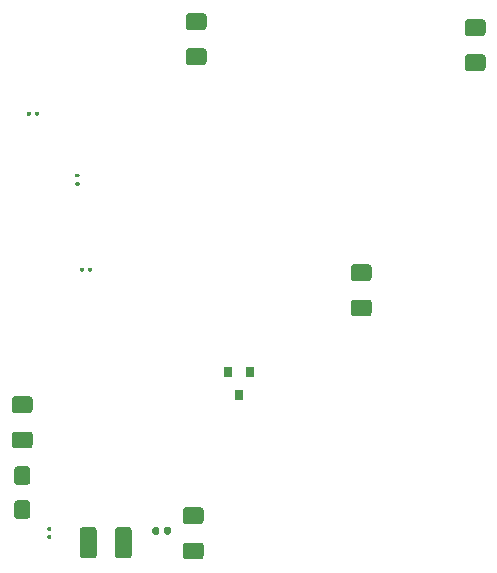
<source format=gbr>
%TF.GenerationSoftware,KiCad,Pcbnew,(5.1.6)-1*%
%TF.CreationDate,2021-04-06T11:23:56-04:00*%
%TF.ProjectId,Lithgow_DetailDesign,4c697468-676f-4775-9f44-657461696c44,2.1*%
%TF.SameCoordinates,Original*%
%TF.FileFunction,Paste,Top*%
%TF.FilePolarity,Positive*%
%FSLAX46Y46*%
G04 Gerber Fmt 4.6, Leading zero omitted, Abs format (unit mm)*
G04 Created by KiCad (PCBNEW (5.1.6)-1) date 2021-04-06 11:23:56*
%MOMM*%
%LPD*%
G01*
G04 APERTURE LIST*
%ADD10R,0.800000X0.900000*%
G04 APERTURE END LIST*
%TO.C,R5*%
G36*
G01*
X143390000Y-101753500D02*
X143390000Y-101954500D01*
G75*
G02*
X143310500Y-102034000I-79500J0D01*
G01*
X143151500Y-102034000D01*
G75*
G02*
X143072000Y-101954500I0J79500D01*
G01*
X143072000Y-101753500D01*
G75*
G02*
X143151500Y-101674000I79500J0D01*
G01*
X143310500Y-101674000D01*
G75*
G02*
X143390000Y-101753500I0J-79500D01*
G01*
G37*
G36*
G01*
X144080000Y-101753500D02*
X144080000Y-101954500D01*
G75*
G02*
X144000500Y-102034000I-79500J0D01*
G01*
X143841500Y-102034000D01*
G75*
G02*
X143762000Y-101954500I0J79500D01*
G01*
X143762000Y-101753500D01*
G75*
G02*
X143841500Y-101674000I79500J0D01*
G01*
X144000500Y-101674000D01*
G75*
G02*
X144080000Y-101753500I0J-79500D01*
G01*
G37*
%TD*%
%TO.C,R4*%
G36*
G01*
X142749100Y-94404800D02*
X142950100Y-94404800D01*
G75*
G02*
X143029600Y-94484300I0J-79500D01*
G01*
X143029600Y-94643300D01*
G75*
G02*
X142950100Y-94722800I-79500J0D01*
G01*
X142749100Y-94722800D01*
G75*
G02*
X142669600Y-94643300I0J79500D01*
G01*
X142669600Y-94484300D01*
G75*
G02*
X142749100Y-94404800I79500J0D01*
G01*
G37*
G36*
G01*
X142749100Y-93714800D02*
X142950100Y-93714800D01*
G75*
G02*
X143029600Y-93794300I0J-79500D01*
G01*
X143029600Y-93953300D01*
G75*
G02*
X142950100Y-94032800I-79500J0D01*
G01*
X142749100Y-94032800D01*
G75*
G02*
X142669600Y-93953300I0J79500D01*
G01*
X142669600Y-93794300D01*
G75*
G02*
X142749100Y-93714800I79500J0D01*
G01*
G37*
%TD*%
%TO.C,R3*%
G36*
G01*
X139261200Y-88746500D02*
X139261200Y-88545500D01*
G75*
G02*
X139340700Y-88466000I79500J0D01*
G01*
X139499700Y-88466000D01*
G75*
G02*
X139579200Y-88545500I0J-79500D01*
G01*
X139579200Y-88746500D01*
G75*
G02*
X139499700Y-88826000I-79500J0D01*
G01*
X139340700Y-88826000D01*
G75*
G02*
X139261200Y-88746500I0J79500D01*
G01*
G37*
G36*
G01*
X138571200Y-88746500D02*
X138571200Y-88545500D01*
G75*
G02*
X138650700Y-88466000I79500J0D01*
G01*
X138809700Y-88466000D01*
G75*
G02*
X138889200Y-88545500I0J-79500D01*
G01*
X138889200Y-88746500D01*
G75*
G02*
X138809700Y-88826000I-79500J0D01*
G01*
X138650700Y-88826000D01*
G75*
G02*
X138571200Y-88746500I0J79500D01*
G01*
G37*
%TD*%
%TO.C,C2*%
G36*
G01*
X137750999Y-118495500D02*
X138601001Y-118495500D01*
G75*
G02*
X138851000Y-118745499I0J-249999D01*
G01*
X138851000Y-119820501D01*
G75*
G02*
X138601001Y-120070500I-249999J0D01*
G01*
X137750999Y-120070500D01*
G75*
G02*
X137501000Y-119820501I0J249999D01*
G01*
X137501000Y-118745499D01*
G75*
G02*
X137750999Y-118495500I249999J0D01*
G01*
G37*
G36*
G01*
X137750999Y-121370500D02*
X138601001Y-121370500D01*
G75*
G02*
X138851000Y-121620499I0J-249999D01*
G01*
X138851000Y-122695501D01*
G75*
G02*
X138601001Y-122945500I-249999J0D01*
G01*
X137750999Y-122945500D01*
G75*
G02*
X137501000Y-122695501I0J249999D01*
G01*
X137501000Y-121620499D01*
G75*
G02*
X137750999Y-121370500I249999J0D01*
G01*
G37*
%TD*%
%TO.C,F3*%
G36*
G01*
X175905000Y-80640500D02*
X177155000Y-80640500D01*
G75*
G02*
X177405000Y-80890500I0J-250000D01*
G01*
X177405000Y-81815500D01*
G75*
G02*
X177155000Y-82065500I-250000J0D01*
G01*
X175905000Y-82065500D01*
G75*
G02*
X175655000Y-81815500I0J250000D01*
G01*
X175655000Y-80890500D01*
G75*
G02*
X175905000Y-80640500I250000J0D01*
G01*
G37*
G36*
G01*
X175905000Y-83615500D02*
X177155000Y-83615500D01*
G75*
G02*
X177405000Y-83865500I0J-250000D01*
G01*
X177405000Y-84790500D01*
G75*
G02*
X177155000Y-85040500I-250000J0D01*
G01*
X175905000Y-85040500D01*
G75*
G02*
X175655000Y-84790500I0J250000D01*
G01*
X175655000Y-83865500D01*
G75*
G02*
X175905000Y-83615500I250000J0D01*
G01*
G37*
%TD*%
%TO.C,C1*%
G36*
G01*
X146026500Y-126043000D02*
X146026500Y-123893000D01*
G75*
G02*
X146276500Y-123643000I250000J0D01*
G01*
X147201500Y-123643000D01*
G75*
G02*
X147451500Y-123893000I0J-250000D01*
G01*
X147451500Y-126043000D01*
G75*
G02*
X147201500Y-126293000I-250000J0D01*
G01*
X146276500Y-126293000D01*
G75*
G02*
X146026500Y-126043000I0J250000D01*
G01*
G37*
G36*
G01*
X143051500Y-126043000D02*
X143051500Y-123893000D01*
G75*
G02*
X143301500Y-123643000I250000J0D01*
G01*
X144226500Y-123643000D01*
G75*
G02*
X144476500Y-123893000I0J-250000D01*
G01*
X144476500Y-126043000D01*
G75*
G02*
X144226500Y-126293000I-250000J0D01*
G01*
X143301500Y-126293000D01*
G75*
G02*
X143051500Y-126043000I0J250000D01*
G01*
G37*
%TD*%
%TO.C,C3*%
G36*
G01*
X138801000Y-116971500D02*
X137551000Y-116971500D01*
G75*
G02*
X137301000Y-116721500I0J250000D01*
G01*
X137301000Y-115796500D01*
G75*
G02*
X137551000Y-115546500I250000J0D01*
G01*
X138801000Y-115546500D01*
G75*
G02*
X139051000Y-115796500I0J-250000D01*
G01*
X139051000Y-116721500D01*
G75*
G02*
X138801000Y-116971500I-250000J0D01*
G01*
G37*
G36*
G01*
X138801000Y-113996500D02*
X137551000Y-113996500D01*
G75*
G02*
X137301000Y-113746500I0J250000D01*
G01*
X137301000Y-112821500D01*
G75*
G02*
X137551000Y-112571500I250000J0D01*
G01*
X138801000Y-112571500D01*
G75*
G02*
X139051000Y-112821500I0J-250000D01*
G01*
X139051000Y-113746500D01*
G75*
G02*
X138801000Y-113996500I-250000J0D01*
G01*
G37*
%TD*%
%TO.C,F1*%
G36*
G01*
X153279000Y-123394500D02*
X152029000Y-123394500D01*
G75*
G02*
X151779000Y-123144500I0J250000D01*
G01*
X151779000Y-122219500D01*
G75*
G02*
X152029000Y-121969500I250000J0D01*
G01*
X153279000Y-121969500D01*
G75*
G02*
X153529000Y-122219500I0J-250000D01*
G01*
X153529000Y-123144500D01*
G75*
G02*
X153279000Y-123394500I-250000J0D01*
G01*
G37*
G36*
G01*
X153279000Y-126369500D02*
X152029000Y-126369500D01*
G75*
G02*
X151779000Y-126119500I0J250000D01*
G01*
X151779000Y-125194500D01*
G75*
G02*
X152029000Y-124944500I250000J0D01*
G01*
X153279000Y-124944500D01*
G75*
G02*
X153529000Y-125194500I0J-250000D01*
G01*
X153529000Y-126119500D01*
G75*
G02*
X153279000Y-126369500I-250000J0D01*
G01*
G37*
%TD*%
%TO.C,F2*%
G36*
G01*
X152283000Y-83107500D02*
X153533000Y-83107500D01*
G75*
G02*
X153783000Y-83357500I0J-250000D01*
G01*
X153783000Y-84282500D01*
G75*
G02*
X153533000Y-84532500I-250000J0D01*
G01*
X152283000Y-84532500D01*
G75*
G02*
X152033000Y-84282500I0J250000D01*
G01*
X152033000Y-83357500D01*
G75*
G02*
X152283000Y-83107500I250000J0D01*
G01*
G37*
G36*
G01*
X152283000Y-80132500D02*
X153533000Y-80132500D01*
G75*
G02*
X153783000Y-80382500I0J-250000D01*
G01*
X153783000Y-81307500D01*
G75*
G02*
X153533000Y-81557500I-250000J0D01*
G01*
X152283000Y-81557500D01*
G75*
G02*
X152033000Y-81307500I0J250000D01*
G01*
X152033000Y-80382500D01*
G75*
G02*
X152283000Y-80132500I250000J0D01*
G01*
G37*
%TD*%
%TO.C,F4*%
G36*
G01*
X166253000Y-104370500D02*
X167503000Y-104370500D01*
G75*
G02*
X167753000Y-104620500I0J-250000D01*
G01*
X167753000Y-105545500D01*
G75*
G02*
X167503000Y-105795500I-250000J0D01*
G01*
X166253000Y-105795500D01*
G75*
G02*
X166003000Y-105545500I0J250000D01*
G01*
X166003000Y-104620500D01*
G75*
G02*
X166253000Y-104370500I250000J0D01*
G01*
G37*
G36*
G01*
X166253000Y-101395500D02*
X167503000Y-101395500D01*
G75*
G02*
X167753000Y-101645500I0J-250000D01*
G01*
X167753000Y-102570500D01*
G75*
G02*
X167503000Y-102820500I-250000J0D01*
G01*
X166253000Y-102820500D01*
G75*
G02*
X166003000Y-102570500I0J250000D01*
G01*
X166003000Y-101645500D01*
G75*
G02*
X166253000Y-101395500I250000J0D01*
G01*
G37*
%TD*%
D10*
%TO.C,Q1*%
X157480000Y-110490000D03*
X155580000Y-110490000D03*
X156530000Y-112490000D03*
%TD*%
%TO.C,R1*%
G36*
G01*
X140361500Y-124326000D02*
X140562500Y-124326000D01*
G75*
G02*
X140642000Y-124405500I0J-79500D01*
G01*
X140642000Y-124564500D01*
G75*
G02*
X140562500Y-124644000I-79500J0D01*
G01*
X140361500Y-124644000D01*
G75*
G02*
X140282000Y-124564500I0J79500D01*
G01*
X140282000Y-124405500D01*
G75*
G02*
X140361500Y-124326000I79500J0D01*
G01*
G37*
G36*
G01*
X140361500Y-123636000D02*
X140562500Y-123636000D01*
G75*
G02*
X140642000Y-123715500I0J-79500D01*
G01*
X140642000Y-123874500D01*
G75*
G02*
X140562500Y-123954000I-79500J0D01*
G01*
X140361500Y-123954000D01*
G75*
G02*
X140282000Y-123874500I0J79500D01*
G01*
X140282000Y-123715500D01*
G75*
G02*
X140361500Y-123636000I79500J0D01*
G01*
G37*
%TD*%
%TO.C,R2*%
G36*
G01*
X150767000Y-123779500D02*
X150767000Y-124124500D01*
G75*
G02*
X150619500Y-124272000I-147500J0D01*
G01*
X150324500Y-124272000D01*
G75*
G02*
X150177000Y-124124500I0J147500D01*
G01*
X150177000Y-123779500D01*
G75*
G02*
X150324500Y-123632000I147500J0D01*
G01*
X150619500Y-123632000D01*
G75*
G02*
X150767000Y-123779500I0J-147500D01*
G01*
G37*
G36*
G01*
X149797000Y-123779500D02*
X149797000Y-124124500D01*
G75*
G02*
X149649500Y-124272000I-147500J0D01*
G01*
X149354500Y-124272000D01*
G75*
G02*
X149207000Y-124124500I0J147500D01*
G01*
X149207000Y-123779500D01*
G75*
G02*
X149354500Y-123632000I147500J0D01*
G01*
X149649500Y-123632000D01*
G75*
G02*
X149797000Y-123779500I0J-147500D01*
G01*
G37*
%TD*%
M02*

</source>
